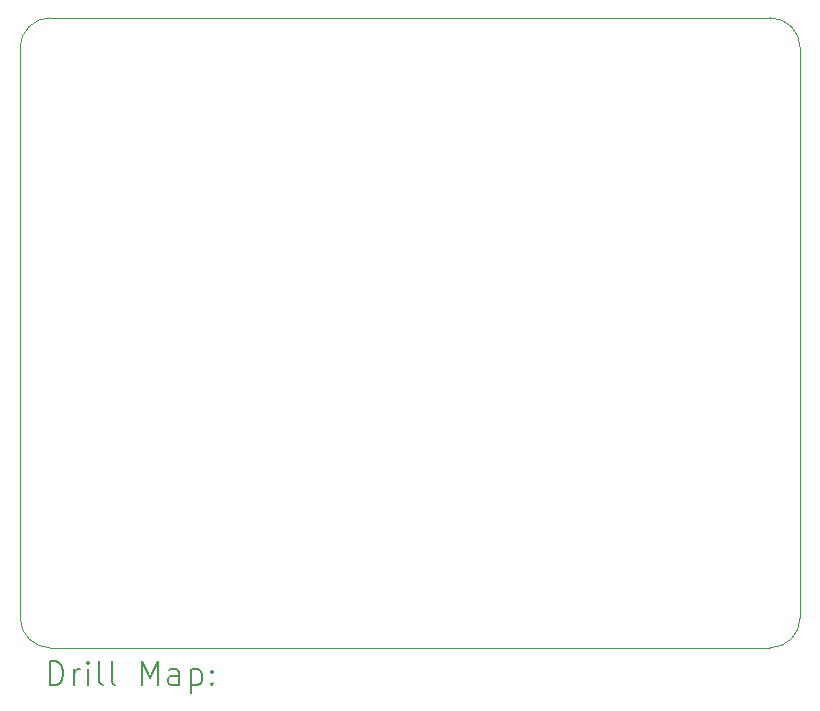
<source format=gbr>
%FSLAX45Y45*%
G04 Gerber Fmt 4.5, Leading zero omitted, Abs format (unit mm)*
G04 Created by KiCad (PCBNEW (6.0.0)) date 2024-05-18 14:08:51*
%MOMM*%
%LPD*%
G01*
G04 APERTURE LIST*
%TA.AperFunction,Profile*%
%ADD10C,0.100000*%
%TD*%
%ADD11C,0.200000*%
G04 APERTURE END LIST*
D10*
X1778000Y-2540000D02*
X1778000Y-7366000D01*
X2032000Y-2286000D02*
G75*
G03*
X1778000Y-2540000I0J-254000D01*
G01*
X8128000Y-7620000D02*
G75*
G03*
X8382000Y-7366000I0J254000D01*
G01*
X1778000Y-7366000D02*
G75*
G03*
X2032000Y-7620000I254000J0D01*
G01*
X2032000Y-7620000D02*
X8128000Y-7620000D01*
X8382000Y-7366000D02*
X8382000Y-2540000D01*
X8382000Y-2540000D02*
G75*
G03*
X8128000Y-2286000I-254000J0D01*
G01*
X8128000Y-2286000D02*
X2032000Y-2286000D01*
D11*
X2030619Y-7935476D02*
X2030619Y-7735476D01*
X2078238Y-7735476D01*
X2106810Y-7745000D01*
X2125857Y-7764048D01*
X2135381Y-7783095D01*
X2144905Y-7821190D01*
X2144905Y-7849762D01*
X2135381Y-7887857D01*
X2125857Y-7906905D01*
X2106810Y-7925952D01*
X2078238Y-7935476D01*
X2030619Y-7935476D01*
X2230619Y-7935476D02*
X2230619Y-7802143D01*
X2230619Y-7840238D02*
X2240143Y-7821190D01*
X2249667Y-7811667D01*
X2268714Y-7802143D01*
X2287762Y-7802143D01*
X2354429Y-7935476D02*
X2354429Y-7802143D01*
X2354429Y-7735476D02*
X2344905Y-7745000D01*
X2354429Y-7754524D01*
X2363952Y-7745000D01*
X2354429Y-7735476D01*
X2354429Y-7754524D01*
X2478238Y-7935476D02*
X2459190Y-7925952D01*
X2449667Y-7906905D01*
X2449667Y-7735476D01*
X2583000Y-7935476D02*
X2563952Y-7925952D01*
X2554429Y-7906905D01*
X2554429Y-7735476D01*
X2811571Y-7935476D02*
X2811571Y-7735476D01*
X2878238Y-7878333D01*
X2944905Y-7735476D01*
X2944905Y-7935476D01*
X3125857Y-7935476D02*
X3125857Y-7830714D01*
X3116333Y-7811667D01*
X3097286Y-7802143D01*
X3059190Y-7802143D01*
X3040143Y-7811667D01*
X3125857Y-7925952D02*
X3106809Y-7935476D01*
X3059190Y-7935476D01*
X3040143Y-7925952D01*
X3030619Y-7906905D01*
X3030619Y-7887857D01*
X3040143Y-7868809D01*
X3059190Y-7859286D01*
X3106809Y-7859286D01*
X3125857Y-7849762D01*
X3221095Y-7802143D02*
X3221095Y-8002143D01*
X3221095Y-7811667D02*
X3240143Y-7802143D01*
X3278238Y-7802143D01*
X3297286Y-7811667D01*
X3306809Y-7821190D01*
X3316333Y-7840238D01*
X3316333Y-7897381D01*
X3306809Y-7916428D01*
X3297286Y-7925952D01*
X3278238Y-7935476D01*
X3240143Y-7935476D01*
X3221095Y-7925952D01*
X3402048Y-7916428D02*
X3411571Y-7925952D01*
X3402048Y-7935476D01*
X3392524Y-7925952D01*
X3402048Y-7916428D01*
X3402048Y-7935476D01*
X3402048Y-7811667D02*
X3411571Y-7821190D01*
X3402048Y-7830714D01*
X3392524Y-7821190D01*
X3402048Y-7811667D01*
X3402048Y-7830714D01*
M02*

</source>
